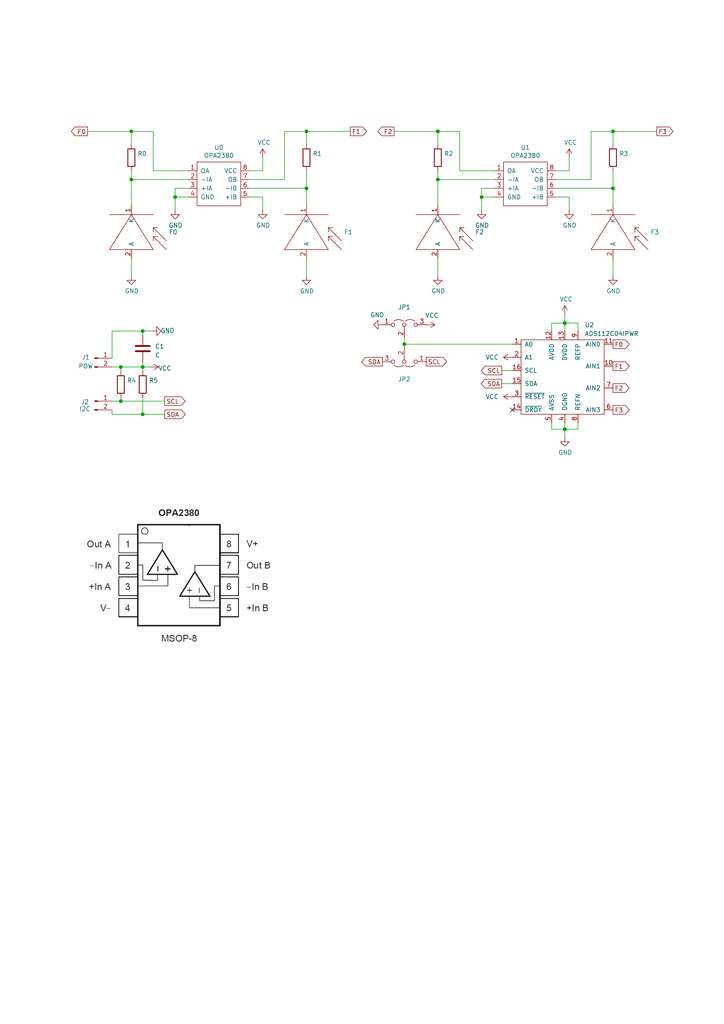
<source format=kicad_sch>
(kicad_sch (version 20230121) (generator eeschema)
  (paper "A4" portrait)
  (title_block (title "Helios - Circuito Sensorizado") (date "2022-07-25") (rev "1") (comment 1 "R = 2M") (comment 2 "VCC: 5V") (comment 3 "O0, O1, O2, O3: Salidas fotodiodos") (comment 4 "Autor: Jaime Bravo Algaba"))
  (lib_symbols
    (symbol "ADS112C04:ADS112C04IPWR" (pin_names (offset 1.016))
      (property "Reference" "U" (at 13.97 16.51 0))
      (property "Value" "ADS112C04IPWR" (at 15.24 13.97 0))
      (symbol "ADS112C04IPWR_0_1"
        (rectangle (start -10.16 -10.16) (end 13.97 11.43))
      )
      (symbol "ADS112C04IPWR_1_1"
        (pin input line (at -12.7 10.16 0) (length 2.54) (name "A0") (number "1"))
        (pin input line (at 16.51 3.81 180) (length 2.54) (name "AIN1") (number "10"))
        (pin input line (at 16.51 10.16 180) (length 2.54) (name "AIN0") (number "11"))
        (pin power_in line (at -1.27 13.97 270) (length 2.54) (name "AVDD") (number "12"))
        (pin power_in line (at 2.54 13.97 270) (length 2.54) (name "DVDD") (number "13"))
        (pin output line (at -12.7 -8.89 0) (length 2.54) (name "~{DRDY}") (number "14"))
        (pin bidirectional line (at -12.7 -1.27 0) (length 2.54) (name "SDA") (number "15"))
        (pin bidirectional line (at -12.7 2.54 0) (length 2.54) (name "SCL") (number "16"))
        (pin input line (at -12.7 6.35 0) (length 2.54) (name "A1") (number "2"))
        (pin input line (at -12.7 -5.08 0) (length 2.54) (name "~{RESET}") (number "3"))
        (pin power_out line (at 2.54 -12.7 90) (length 2.54) (name "DGND") (number "4"))
        (pin power_out line (at -1.27 -12.7 90) (length 2.54) (name "AVSS") (number "5"))
        (pin input line (at 16.51 -8.89 180) (length 2.54) (name "AIN3") (number "6"))
        (pin input line (at 16.51 -2.54 180) (length 2.54) (name "AIN2") (number "7"))
        (pin power_out line (at 6.35 -12.7 90) (length 2.54) (name "REFN") (number "8"))
        (pin power_in line (at 6.35 13.97 270) (length 2.54) (name "REFP") (number "9"))
      )
    )
    (symbol "Connector:Conn_01x02_Pin" (pin_names (offset 1.016) hide)
      (property "Reference" "J" (at 0 2.54 0))
      (property "Value" "Conn_01x02_Pin" (at 0 -5.08 0))
      (symbol "Conn_01x02_Pin_1_1"
        (polyline (pts (xy 1.27 -2.54) (xy 0.8636 -2.54)) (stroke (width 0.1524)))
        (polyline (pts (xy 1.27 0) (xy 0.8636 0)) (stroke (width 0.1524)))
        (rectangle (start 0.8636 -2.413) (end 0 -2.667) (stroke (width 0.1524)) (fill (type outline)))
        (rectangle (start 0.8636 0.127) (end 0 -0.127) (stroke (width 0.1524)) (fill (type outline)))
        (pin passive line (at 5.08 0 180) (length 3.81) (name "Pin_1") (number "1"))
        (pin passive line (at 5.08 -2.54 180) (length 3.81) (name "Pin_2") (number "2"))
      )
    )
    (symbol "Device:C" (pin_numbers hide) (pin_names (offset 0.254))
      (property "Reference" "C" (at 0.635 2.54 0))
      (property "Value" "C" (at 0.635 -2.54 0))
      (symbol "C_0_1"
        (polyline (pts (xy -2.032 -0.762) (xy 2.032 -0.762)) (stroke (width 0.508)))
        (polyline (pts (xy -2.032 0.762) (xy 2.032 0.762)) (stroke (width 0.508)))
      )
      (symbol "C_1_1"
        (pin passive line (at 0 3.81 270) (length 2.794) (name "~") (number "1"))
        (pin passive line (at 0 -3.81 90) (length 2.794) (name "~") (number "2"))
      )
    )
    (symbol "Device:R" (pin_numbers hide) (pin_names (offset 0))
      (property "Reference" "R" (at 2.032 0 90))
      (property "Value" "R" (at 0 0 90))
      (symbol "R_0_1"
        (rectangle (start -1.016 -2.54) (end 1.016 2.54) (stroke (width 0.254)))
      )
      (symbol "R_1_1"
        (pin passive line (at 0 3.81 270) (length 1.27) (name "~") (number "1"))
        (pin passive line (at 0 -3.81 90) (length 1.27) (name "~") (number "2"))
      )
    )
    (symbol "Helios:OPA2380" (pin_names (offset 1.016))
      (property "Reference" "U" (at 0 0 0))
      (property "Value" "OPA2380" (at 0 7.62 0))
      (symbol "OPA2380_0_1"
        (rectangle (start -6.35 -6.35) (end 6.35 6.35))
      )
      (symbol "OPA2380_1_1"
        (pin output line (at -8.89 3.81 0) (length 2.54) (name "OA") (number "1"))
        (pin input line (at -8.89 1.27 0) (length 2.54) (name "-IA") (number "2"))
        (pin input line (at -8.89 -1.27 0) (length 2.54) (name "+IA") (number "3"))
        (pin power_out line (at -8.89 -3.81 0) (length 2.54) (name "GND") (number "4"))
        (pin input line (at 8.89 -3.81 180) (length 2.54) (name "+IB") (number "5"))
        (pin input line (at 8.89 -1.27 180) (length 2.54) (name "-IB") (number "6"))
        (pin output line (at 8.89 1.27 180) (length 2.54) (name "OB") (number "7"))
        (pin power_in line (at 8.89 3.81 180) (length 2.54) (name "VCC") (number "8"))
      )
    )
    (symbol "Helios:SFH2704" (pin_names (offset 1.016))
      (property "Reference" "F" (at 0 0 0))
      (property "Value" "SFH2704" (at 0 12.7 0))
      (symbol "SFH2704_0_1"
        (polyline (pts (xy -5.08 6.35) (xy -5.08 -6.35)))
        (polyline (pts (xy -1.27 6.35) (xy 0 6.35)))
        (polyline (pts (xy 1.27 6.35) (xy 5.08 10.16)))
        (polyline (pts (xy 1.27 7.62) (xy 1.27 6.35) (xy 2.54 6.35)))
        (polyline (pts (xy -5.08 0) (xy 5.08 6.35) (xy 5.08 -6.35) (xy -5.08 0)))
        (polyline (pts (xy 2.54 10.16) (xy -1.27 6.35) (xy -1.27 7.62) (xy -1.27 6.35)))
      )
      (symbol "SFH2704_1_1"
        (pin output line (at -7.62 0 0) (length 2.54) (name "K") (number "1"))
        (pin input line (at 7.62 0 180) (length 2.54) (name "A") (number "2"))
      )
    )
    (symbol "Jumper:Jumper_3_Open" (pin_names (offset 0) hide)
      (property "Reference" "JP" (at -2.54 -2.54 0))
      (property "Value" "Jumper_3_Open" (at 0 2.794 0))
      (symbol "Jumper_3_Open_0_0"
        (circle (center -3.302 0) (radius 0.508))
        (circle (center 0 0) (radius 0.508))
        (circle (center 3.302 0) (radius 0.508))
      )
      (symbol "Jumper_3_Open_0_1"
        (arc (start -0.254 1.016) (mid -1.651 1.4992) (end -3.048 1.016))
        (polyline (pts (xy 0 -0.508) (xy 0 -1.27)))
        (arc (start 3.048 1.016) (mid 1.651 1.4992) (end 0.254 1.016))
      )
      (symbol "Jumper_3_Open_1_1"
        (pin passive line (at -6.35 0 0) (length 2.54) (name "A") (number "1"))
        (pin passive line (at 0 -3.81 90) (length 2.54) (name "C") (number "2"))
        (pin passive line (at 6.35 0 180) (length 2.54) (name "B") (number "3"))
      )
    )
    (symbol "power:GND" (power) (pin_names (offset 0))
      (property "Value" "GND" (at 0 -3.81 0))
      (symbol "GND_0_1"
        (polyline (pts (xy 0 0) (xy 0 -1.27) (xy 1.27 -1.27) (xy 0 -2.54) (xy -1.27 -1.27) (xy 0 -1.27)))
      )
      (symbol "GND_1_1"
        (pin power_in line (at 0 0 270) (length 0) hide (name "GND") (number "1"))
      )
    )
    (symbol "power:VCC" (power) (pin_names (offset 0))
      (property "Value" "VCC" (at 0 3.81 0))
      (symbol "VCC_0_1"
        (polyline (pts (xy -0.762 1.27) (xy 0 2.54)))
        (polyline (pts (xy 0 0) (xy 0 2.54)))
        (polyline (pts (xy 0 2.54) (xy 0.762 1.27)))
      )
      (symbol "VCC_1_1"
        (pin power_in line (at 0 0 90) (length 0) hide (name "VCC") (number "1"))
      )
    )
  )
  (junction (at 163.8284 124.46))
  (junction (at 117.2754 99.822))
  (junction (at 163.83 93.726))
  (junction (at 41.402 106.426))
  (junction (at 177.8 38.1))
  (junction (at 127 52.07))
  (junction (at 35.052 116.332))
  (junction (at 41.402 120.142))
  (junction (at 41.402 96.012))
  (junction (at 127 38.1))
  (junction (at 88.9 54.61))
  (junction (at 50.8 57.15))
  (junction (at 88.9 38.1))
  (junction (at 163.83 124.46))
  (junction (at 35.052 106.426))
  (junction (at 38.1 52.07))
  (junction (at 177.8 54.61))
  (junction (at 163.83 93.6832))
  (junction (at 38.1 38.1))
  (junction (at 139.7 57.15))
  (no_connect (at 148.59 118.872))
  (wire (pts (xy 54.61 57.15) (xy 50.8 57.15)))
  (wire (pts (xy 35.052 106.426) (xy 35.052 107.696)))
  (wire (pts (xy 177.8 54.61) (xy 177.8 59.69)))
  (wire (pts (xy 171.45 38.1) (xy 171.45 52.07)))
  (wire (pts (xy 32.512 118.872) (xy 32.512 120.142)))
  (wire (pts (xy 35.052 106.426) (xy 32.512 106.426)))
  (wire (pts (xy 47.752 116.332) (xy 35.052 116.332)))
  (wire (pts (xy 160.02 93.726) (xy 163.83 93.726)))
  (wire (pts (xy 38.1 38.1) (xy 44.45 38.1)))
  (wire (pts (xy 54.61 54.61) (xy 50.8 54.61)))
  (wire (pts (xy 54.61 52.07) (xy 38.1 52.07)))
  (wire (pts (xy 165.1 60.96) (xy 165.1 57.15)))
  (wire (pts (xy 143.51 57.15) (xy 139.7 57.15)))
  (wire (pts (xy 143.51 54.61) (xy 139.7 54.61)))
  (wire (pts (xy 163.83 124.46) (xy 167.64 124.46)))
  (wire (pts (xy 177.8 41.91) (xy 177.8 38.1)))
  (wire (pts (xy 177.8 74.93) (xy 177.8 80.01)))
  (wire (pts (xy 38.1 49.53) (xy 38.1 52.07)))
  (wire (pts (xy 44.45 38.1) (xy 44.45 49.53)))
  (wire (pts (xy 32.512 120.142) (xy 41.402 120.142)))
  (wire (pts (xy 25.4 38.1) (xy 38.1 38.1)))
  (wire (pts (xy 165.1 57.15) (xy 161.29 57.15)))
  (wire (pts (xy 139.7 54.61) (xy 139.7 57.15)))
  (wire (pts (xy 148.59 99.822) (xy 117.2754 99.822)))
  (wire (pts (xy 167.64 124.46) (xy 167.64 122.682)))
  (wire (pts (xy 38.1 41.91) (xy 38.1 38.1)))
  (wire (pts (xy 76.2 57.15) (xy 72.39 57.15)))
  (wire (pts (xy 160.02 122.682) (xy 160.02 124.46)))
  (wire (pts (xy 32.512 116.332) (xy 35.052 116.332)))
  (wire (pts (xy 44.45 49.53) (xy 54.61 49.53)))
  (wire (pts (xy 145.542 111.252) (xy 148.59 111.252)))
  (wire (pts (xy 50.8 54.61) (xy 50.8 57.15)))
  (wire (pts (xy 117.2754 97.9853) (xy 117.2754 99.822)))
  (wire (pts (xy 41.402 106.426) (xy 41.402 107.696)))
  (wire (pts (xy 171.45 52.07) (xy 161.29 52.07)))
  (wire (pts (xy 190.5 38.1) (xy 177.8 38.1)))
  (wire (pts (xy 161.29 54.61) (xy 177.8 54.61)))
  (wire (pts (xy 160.02 96.012) (xy 160.02 93.726)))
  (wire (pts (xy 127 41.91) (xy 127 38.1)))
  (wire (pts (xy 127 49.53) (xy 127 52.07)))
  (wire (pts (xy 139.7 57.15) (xy 139.7 60.96)))
  (wire (pts (xy 177.8 54.61) (xy 177.8 49.53)))
  (wire (pts (xy 127 74.93) (xy 127 80.01)))
  (wire (pts (xy 72.39 49.53) (xy 76.2 49.53)))
  (wire (pts (xy 41.402 115.316) (xy 41.402 120.142)))
  (wire (pts (xy 163.8284 124.46) (xy 163.83 124.46)))
  (wire (pts (xy 41.402 120.142) (xy 47.752 120.142)))
  (wire (pts (xy 88.9 54.61) (xy 88.9 49.53)))
  (wire (pts (xy 32.512 96.012) (xy 32.512 103.886)))
  (wire (pts (xy 165.1 49.53) (xy 165.1 45.72)))
  (wire (pts (xy 41.402 106.426) (xy 35.052 106.426)))
  (wire (pts (xy 35.052 115.316) (xy 35.052 116.332)))
  (wire (pts (xy 167.64 96.012) (xy 167.64 93.6832)))
  (wire (pts (xy 133.35 49.53) (xy 143.51 49.53)))
  (wire (pts (xy 38.1 52.07) (xy 38.1 59.69)))
  (wire (pts (xy 50.8 57.15) (xy 50.8 60.96)))
  (wire (pts (xy 38.1 74.93) (xy 38.1 80.01)))
  (wire (pts (xy 101.6 38.1) (xy 88.9 38.1)))
  (wire (pts (xy 82.55 52.07) (xy 72.39 52.07)))
  (wire (pts (xy 41.402 104.902) (xy 41.402 106.426)))
  (wire (pts (xy 41.402 96.012) (xy 41.402 97.282)))
  (wire (pts (xy 145.542 107.442) (xy 148.59 107.442)))
  (wire (pts (xy 41.402 96.012) (xy 44.196 96.012)))
  (wire (pts (xy 163.83 93.6832) (xy 163.83 93.726)))
  (wire (pts (xy 127 38.1) (xy 133.35 38.1)))
  (wire (pts (xy 88.9 74.93) (xy 88.9 80.01)))
  (wire (pts (xy 163.83 122.682) (xy 163.83 124.46)))
  (wire (pts (xy 143.51 52.07) (xy 127 52.07)))
  (wire (pts (xy 88.9 41.91) (xy 88.9 38.1)))
  (wire (pts (xy 160.02 124.46) (xy 163.8284 124.46)))
  (wire (pts (xy 72.39 54.61) (xy 88.9 54.61)))
  (wire (pts (xy 32.512 96.012) (xy 41.402 96.012)))
  (wire (pts (xy 76.2 49.53) (xy 76.2 45.72)))
  (wire (pts (xy 161.29 49.53) (xy 165.1 49.53)))
  (wire (pts (xy 163.83 93.726) (xy 163.83 96.012)))
  (wire (pts (xy 76.2 60.96) (xy 76.2 57.15)))
  (wire (pts (xy 133.35 38.1) (xy 133.35 49.53)))
  (wire (pts (xy 163.8284 126.8589) (xy 163.8284 124.46)))
  (wire (pts (xy 167.64 93.6832) (xy 163.83 93.6832)))
  (wire (pts (xy 127 52.07) (xy 127 59.69)))
  (wire (pts (xy 43.434 106.426) (xy 41.402 106.426)))
  (wire (pts (xy 177.8 38.1) (xy 171.45 38.1)))
  (wire (pts (xy 88.9 38.1) (xy 82.55 38.1)))
  (wire (pts (xy 82.55 38.1) (xy 82.55 52.07)))
  (wire (pts (xy 114.3 38.1) (xy 127 38.1)))
  (wire (pts (xy 163.83 91.186) (xy 163.83 93.6832)))
  (wire (pts (xy 88.9 54.61) (xy 88.9 59.69)))
  (wire (pts (xy 117.2754 99.822) (xy 117.2754 101.0787)))
  (image (at 52.324 166.878))
  (global_label "SDA" (shape output) (at 145.542 111.252 180) (property "Intersheetrefs" "${INTERSHEET_REFS}" (effects hide)))
  (global_label "SDA" (shape output) (at 47.752 120.142 0) (property "Intersheetrefs" "${INTERSHEET_REFS}" (effects hide)))
  (global_label "F2" (shape output) (at 114.3 38.1 180) (property "Intersheetrefs" "${INTERSHEET_REFS}" (effects hide)))
  (global_label "F1" (shape output) (at 177.8 106.172 0) (property "Intersheetrefs" "${INTERSHEET_REFS}" (effects hide)))
  (global_label "F1" (shape output) (at 101.6 38.1 0) (property "Intersheetrefs" "${INTERSHEET_REFS}" (effects hide)))
  (global_label "SCL" (shape output) (at 123.6254 104.8887 0) (property "Intersheetrefs" "${INTERSHEET_REFS}" (effects hide)))
  (global_label "F2" (shape output) (at 177.8 112.522 0) (property "Intersheetrefs" "${INTERSHEET_REFS}" (effects hide)))
  (global_label "F0" (shape output) (at 177.8 99.822 0) (property "Intersheetrefs" "${INTERSHEET_REFS}" (effects hide)))
  (global_label "SCL" (shape output) (at 145.542 107.442 180) (property "Intersheetrefs" "${INTERSHEET_REFS}" (effects hide)))
  (global_label "F3" (shape output) (at 177.8 118.872 0) (property "Intersheetrefs" "${INTERSHEET_REFS}" (effects hide)))
  (global_label "SCL" (shape output) (at 47.752 116.332 0) (property "Intersheetrefs" "${INTERSHEET_REFS}" (effects hide)))
  (global_label "SDA" (shape output) (at 110.9254 104.8887 180) (property "Intersheetrefs" "${INTERSHEET_REFS}" (effects hide)))
  (global_label "F0" (shape output) (at 25.4 38.1 180) (property "Intersheetrefs" "${INTERSHEET_REFS}" (effects hide)))
  (global_label "F3" (shape output) (at 190.5 38.1 0) (property "Intersheetrefs" "${INTERSHEET_REFS}" (effects hide)))
  (symbol (lib_id "Helios:SFH2704") (at 88.9 67.31 270) (unit 1)
    (property "Reference" "F1" (at 99.7712 67.31 90) (effects (justify left)))
    (property "Value" "SFH2704" (effects hide))
    (property "Footprint" "Helios:SFH2704_Photodiode" (effects hide))
    (property "Datasheet" "$(KICAD_DATASHEET_DIR)/SFH 2704_Photodiode.pdf" (effects hide))
  )
  (symbol (lib_id "Helios:OPA2380") (at 63.5 53.34 0) (unit 1)
    (property "Reference" "U0" (at 63.5 42.799 0))
    (property "Value" "OPA2380" (at 63.5 45.1104 0))
    (property "Footprint" "Helios:OPA2380" (effects hide))
    (property "Datasheet" "$(KICAD_DATASHEET_DIR)/opa2380.pdf" (effects hide))
  )
  (symbol (lib_id "power:VCC") (at 76.2 45.72 0) (unit 1)
    (property "Reference" "#PWR0106" (effects hide))
    (property "Value" "VCC" (at 76.581 41.3258 0))
  )
  (symbol (lib_id "power:GND") (at 50.8 60.96 0) (unit 1)
    (property "Reference" "#PWR0107" (effects hide))
    (property "Value" "GND" (at 50.927 65.3542 0))
  )
  (symbol (lib_id "power:GND") (at 76.2 60.96 0) (unit 1)
    (property "Reference" "#PWR0108" (effects hide))
    (property "Value" "GND" (at 76.327 65.3542 0))
  )
  (symbol (lib_id "power:GND") (at 88.9 80.01 0) (unit 1)
    (property "Reference" "#PWR0109" (effects hide))
    (property "Value" "GND" (at 89.027 84.4042 0))
  )
  (symbol (lib_id "power:GND") (at 38.1 80.01 0) (unit 1)
    (property "Reference" "#PWR0110" (effects hide))
    (property "Value" "GND" (at 38.227 84.4042 0))
  )
  (symbol (lib_id "Device:R") (at 38.1 45.72 0) (unit 1)
    (property "Reference" "R0" (at 39.878 44.5516 0) (effects (justify left)))
    (property "Value" "Rf" (effects hide))
    (property "Footprint" "Resistor_SMD:R_0805_2012Metric" (effects hide))
    (property "Datasheet" "$(KICAD_DATASHEET_DIR)/2M2_Resistance.pdf" (effects hide))
  )
  (symbol (lib_id "Device:R") (at 88.9 45.72 0) (unit 1)
    (property "Reference" "R1" (at 90.678 44.5516 0) (effects (justify left)))
    (property "Value" "Rf" (effects hide))
    (property "Footprint" "Resistor_SMD:R_0805_2012Metric" (effects hide))
    (property "Datasheet" "$(KICAD_DATASHEET_DIR)/2M2_Resistance.pdf" (effects hide))
  )
  (symbol (lib_id "Helios:SFH2704") (at 38.1 67.31 270) (unit 1)
    (property "Reference" "F0" (at 48.9712 67.31 90) (effects (justify left)))
    (property "Value" "SFH2704" (effects hide))
    (property "Footprint" "Helios:SFH2704_Photodiode" (effects hide))
    (property "Datasheet" "2704_Photodiode.pdf" (effects hide))
  )
  (symbol (lib_id "power:GND") (at 127 80.01 0) (unit 1)
    (property "Reference" "#PWR0104" (effects hide))
    (property "Value" "GND" (at 127.127 84.4042 0))
  )
  (symbol (lib_id "power:GND") (at 44.196 96.012 90) (unit 1)
    (property "Reference" "#PWR05" (effects hide))
    (property "Value" "GND" (at 48.5902 95.885 90))
  )
  (symbol (lib_id "Helios:OPA2380") (at 152.4 53.34 0) (unit 1)
    (property "Reference" "U1" (at 152.4 42.799 0))
    (property "Value" "OPA2380" (at 152.4 45.1104 0))
    (property "Footprint" "Helios:OPA2380" (effects hide))
    (property "Datasheet" "$(KICAD_DATASHEET_DIR)/opa2380.pdf" (effects hide))
  )
  (symbol (lib_id "power:VCC") (at 165.1 45.72 0) (unit 1)
    (property "Reference" "#PWR0102" (effects hide))
    (property "Value" "VCC" (at 165.481 41.3258 0))
  )
  (symbol (lib_id "power:VCC") (at 43.434 106.426 270) (unit 1)
    (property "Reference" "#PWR01" (effects hide))
    (property "Value" "VCC" (at 47.8282 106.807 90))
  )
  (symbol (lib_id "Device:R") (at 41.402 111.506 0) (unit 1)
    (property "Reference" "R5" (at 43.18 110.3376 0) (effects (justify left)))
    (property "Value" "Rf" (effects hide))
    (property "Footprint" "Resistor_SMD:R_0805_2012Metric" (effects hide))
    (property "Datasheet" "$(KICAD_DATASHEET_DIR)/2M2_Resistance.pdf" (effects hide))
  )
  (symbol (lib_id "Jumper:Jumper_3_Open") (at 117.2754 94.1753 0) (unit 1)
    (property "Reference" "JP1" (at 117.2754 89.0953 0))
    (property "Value" "Jumper_3_Open" (effects hide))
    (property "Footprint" "Jumper:SolderJumper-3_P1.3mm_Open_Pad1.0x1.5mm" (effects hide))
  )
  (symbol (lib_id "Device:R") (at 35.052 111.506 0) (unit 1)
    (property "Reference" "R4" (at 36.83 110.3376 0) (effects (justify left)))
    (property "Value" "Rf" (effects hide))
    (property "Footprint" "Resistor_SMD:R_0805_2012Metric" (effects hide))
    (property "Datasheet" "$(KICAD_DATASHEET_DIR)/2M2_Resistance.pdf" (effects hide))
  )
  (symbol (lib_id "Device:C") (at 41.402 101.092 0) (unit 1)
    (property "Reference" "C1" (at 44.958 100.457 0) (effects (justify left)))
    (property "Value" "C" (at 44.958 102.997 0) (effects (justify left)))
    (property "Footprint" "Capacitor_SMD:C_0805_2012Metric" (effects hide))
  )
  (symbol (lib_id "Device:R") (at 127 45.72 0) (unit 1)
    (property "Reference" "R2" (at 128.778 44.5516 0) (effects (justify left)))
    (property "Value" "Rf" (effects hide))
    (property "Footprint" "Resistor_SMD:R_0805_2012Metric" (effects hide))
    (property "Datasheet" "$(KICAD_DATASHEET_DIR)/2M2_Resistance.pdf" (effects hide))
  )
  (symbol (lib_id "power:VCC") (at 163.83 91.186 0) (unit 1)
    (property "Reference" "#PWR03" (effects hide))
    (property "Value" "VCC" (at 164.211 86.7918 0))
  )
  (symbol (lib_id "power:GND") (at 163.8284 126.8589 0) (unit 1)
    (property "Reference" "#PWR02" (effects hide))
    (property "Value" "GND" (at 163.9554 131.2531 0))
  )
  (symbol (lib_id "Connector:Conn_01x02_Pin") (at 27.432 116.332 0) (unit 1)
    (property "Reference" "J2" (at 24.638 116.586 0))
    (property "Value" "I2C" (at 24.638 118.618 0))
    (property "Footprint" "XTConnectors:XT30U-M_1x02_P5.0mm_Vertical" (effects hide))
  )
  (symbol (lib_id "power:VCC") (at 148.59 103.632 90) (unit 1)
    (property "Reference" "#PWR08" (effects hide))
    (property "Value" "VCC" (at 142.748 103.632 90))
  )
  (symbol (lib_id "power:GND") (at 110.9254 94.1753 270) (unit 1)
    (property "Reference" "#PWR06" (effects hide))
    (property "Value" "GND" (at 109.4189 91.3184 90))
  )
  (symbol (lib_id "power:VCC") (at 123.6254 94.1753 270) (unit 1)
    (property "Reference" "#PWR07" (effects hide))
    (property "Value" "VCC" (at 125.2747 91.4612 90))
  )
  (symbol (lib_id "power:GND") (at 177.8 80.01 0) (unit 1)
    (property "Reference" "#PWR0101" (effects hide))
    (property "Value" "GND" (at 177.927 84.4042 0))
  )
  (symbol (lib_id "Helios:SFH2704") (at 127 67.31 270) (unit 1)
    (property "Reference" "F2" (at 137.8712 67.31 90) (effects (justify left)))
    (property "Value" "SFH2704" (effects hide))
    (property "Footprint" "Helios:SFH2704_Photodiode" (effects hide))
    (property "Datasheet" "2704_Photodiode.pdf" (effects hide))
  )
  (symbol (lib_id "Connector:Conn_01x02_Pin") (at 27.432 103.886 0) (unit 1)
    (property "Reference" "J1" (at 24.892 103.632 0))
    (property "Value" "POW" (at 24.892 106.172 0))
    (property "Footprint" "XTConnectors:XT30U-M_1x02_P5.0mm_Vertical" (effects hide))
  )
  (symbol (lib_id "power:GND") (at 165.1 60.96 0) (unit 1)
    (property "Reference" "#PWR0103" (effects hide))
    (property "Value" "GND" (at 165.227 65.3542 0))
  )
  (symbol (lib_id "power:GND") (at 139.7 60.96 0) (unit 1)
    (property "Reference" "#PWR0105" (effects hide))
    (property "Value" "GND" (at 139.827 65.3542 0))
  )
  (symbol (lib_id "Helios:SFH2704") (at 177.8 67.31 270) (unit 1)
    (property "Reference" "F3" (at 188.6712 67.31 90) (effects (justify left)))
    (property "Value" "SFH2704" (effects hide))
    (property "Footprint" "Helios:SFH2704_Photodiode" (effects hide))
    (property "Datasheet" "$(KICAD_DATASHEET_DIR)/SFH 2704_Photodiode.pdf" (effects hide))
  )
  (symbol (lib_id "Device:R") (at 177.8 45.72 0) (unit 1)
    (property "Reference" "R3" (at 179.578 44.5516 0) (effects (justify left)))
    (property "Value" "Rf" (effects hide))
    (property "Footprint" "Resistor_SMD:R_0805_2012Metric" (effects hide))
    (property "Datasheet" "$(KICAD_DATASHEET_DIR)/2M2_Resistance.pdf" (effects hide))
  )
  (symbol (lib_id "power:VCC") (at 148.59 115.062 90) (unit 1)
    (property "Reference" "#PWR04" (effects hide))
    (property "Value" "VCC" (at 142.748 115.062 90))
  )
  (symbol (lib_id "ADS112C04:ADS112C04IPWR") (at 161.29 109.982 0) (unit 1)
    (property "Reference" "U2" (at 169.5959 94.234 0) (effects (justify left)))
    (property "Value" "ADS112C04IPWR" (at 169.5959 96.774 0) (effects (justify left)))
    (property "Footprint" "Package_SO:TSSOP-16_4.4x5mm_P0.65mm" (effects hide))
    (property "Datasheet" "http://www.ti.com/lit/ds/symlink/ads112c04.pdf" (effects hide))
  )
  (symbol (lib_id "Jumper:Jumper_3_Open") (at 117.2754 104.8887 180) (unit 1)
    (property "Reference" "JP2" (at 117.2754 109.9687 0))
    (property "Value" "Jumper_3_Open" (effects hide))
    (property "Footprint" "Jumper:SolderJumper-3_P1.3mm_Open_Pad1.0x1.5mm" (effects hide))
  )
)
</source>
